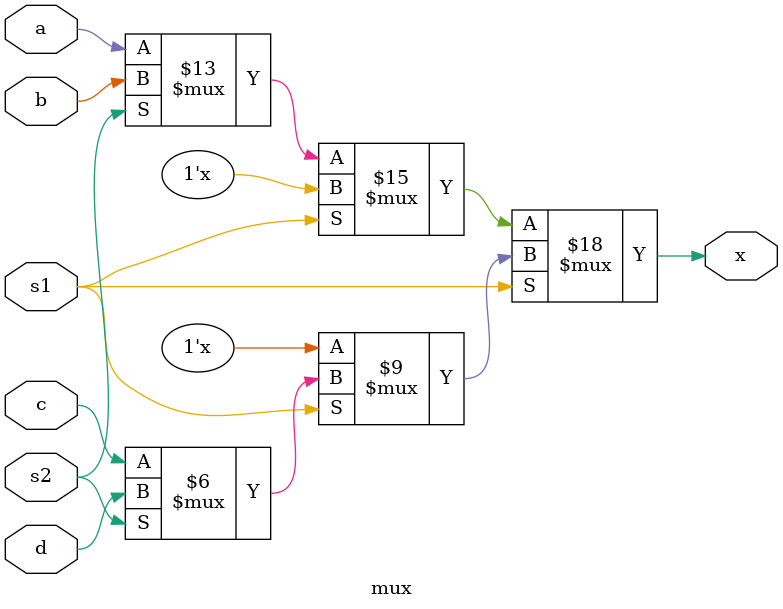
<source format=v>

module mux (a, b, c, d, s1, s2, x);
    input a, b, c, d; //mux 1-bit-inputs
    input s1, s2; //mux select input lines
    output reg x; //mux output

    always @(a or b or c or d or s1 or s2) begin
      if (s1 == 0) begin
        if (s2 == 0) begin //select line 00 connects the first input to the output
          x = a;
        end

        else begin //select line 01 connects the second input to the output
          x = b;
        end
      end
      else begin
        if (s2 == 0) begin //select line 10 connects the third input to the output
          x = c;
        end

        else begin //select line 11 connects the fourth input to the output
          x = d;
        end
      end
    end

    endmodule


</source>
